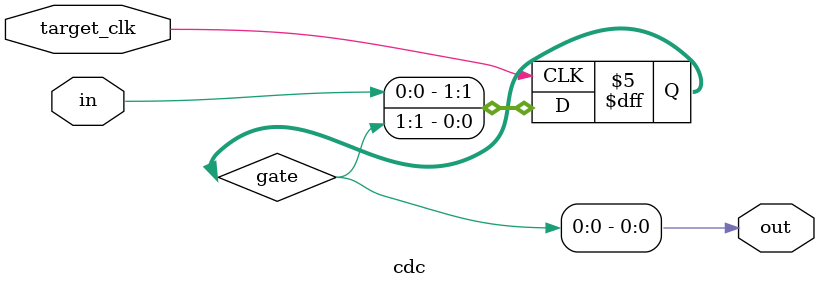
<source format=sv>
`default_nettype none

(* nolatches *)
module cdc #(
		parameter DEPTH = 2,
	) (
		input  logic target_clk,
		input  logic in,
		output logic out,
	);

	logic [DEPTH-1:0] gate;

	assign out = gate[0];

	always_ff @(posedge target_clk) begin
		int i;
		for (i = 0; i < DEPTH - 1; i++)
			gate[i] = gate[i + 1];
		gate[DEPTH - 1] = in;
	end
endmodule

</source>
